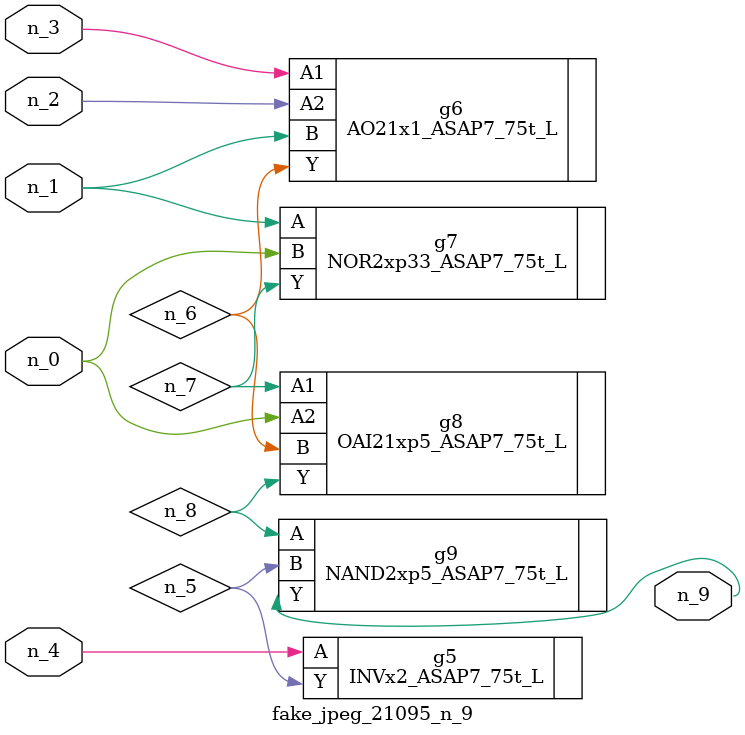
<source format=v>
module fake_jpeg_21095_n_9 (n_3, n_2, n_1, n_0, n_4, n_9);

input n_3;
input n_2;
input n_1;
input n_0;
input n_4;

output n_9;

wire n_8;
wire n_6;
wire n_5;
wire n_7;

INVx2_ASAP7_75t_L g5 ( 
.A(n_4),
.Y(n_5)
);

AO21x1_ASAP7_75t_L g6 ( 
.A1(n_3),
.A2(n_2),
.B(n_1),
.Y(n_6)
);

NOR2xp33_ASAP7_75t_L g7 ( 
.A(n_1),
.B(n_0),
.Y(n_7)
);

OAI21xp5_ASAP7_75t_L g8 ( 
.A1(n_7),
.A2(n_0),
.B(n_6),
.Y(n_8)
);

NAND2xp5_ASAP7_75t_L g9 ( 
.A(n_8),
.B(n_5),
.Y(n_9)
);


endmodule
</source>
